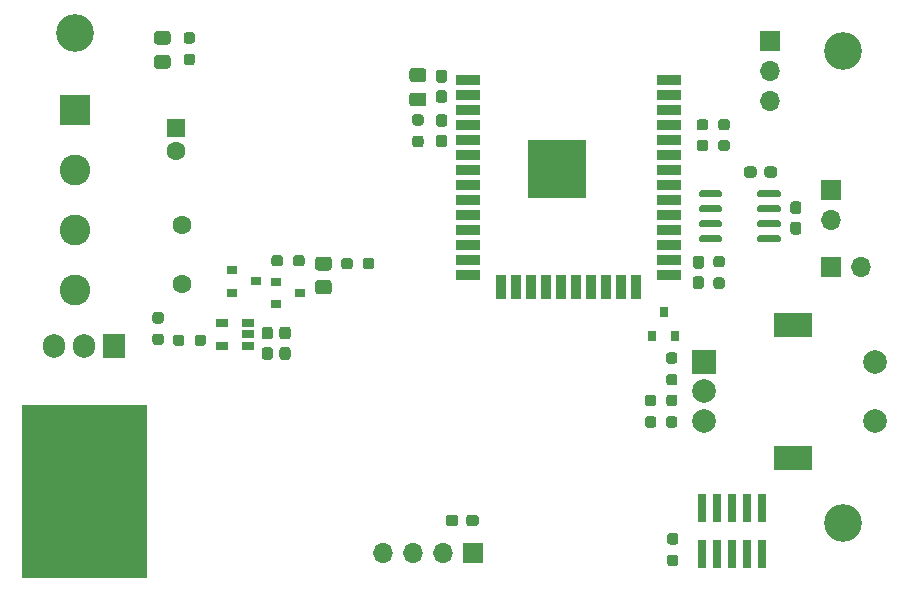
<source format=gbr>
%TF.GenerationSoftware,KiCad,Pcbnew,(5.1.10)-1*%
%TF.CreationDate,2021-10-19T15:37:20+02:00*%
%TF.ProjectId,OpenHeat,4f70656e-4865-4617-942e-6b696361645f,1.0*%
%TF.SameCoordinates,Original*%
%TF.FileFunction,Soldermask,Top*%
%TF.FilePolarity,Negative*%
%FSLAX46Y46*%
G04 Gerber Fmt 4.6, Leading zero omitted, Abs format (unit mm)*
G04 Created by KiCad (PCBNEW (5.1.10)-1) date 2021-10-19 15:37:20*
%MOMM*%
%LPD*%
G01*
G04 APERTURE LIST*
%ADD10C,0.100000*%
%ADD11O,1.905000X2.000000*%
%ADD12R,1.905000X2.000000*%
%ADD13O,3.500000X3.500000*%
%ADD14C,3.200000*%
%ADD15R,2.000000X0.900000*%
%ADD16R,0.900000X2.000000*%
%ADD17R,5.000000X5.000000*%
%ADD18R,1.060000X0.650000*%
%ADD19R,2.000000X2.000000*%
%ADD20C,2.000000*%
%ADD21R,3.200000X2.000000*%
%ADD22R,0.900000X0.800000*%
%ADD23O,1.700000X1.700000*%
%ADD24R,1.700000X1.700000*%
%ADD25R,0.740000X2.400000*%
%ADD26C,2.600000*%
%ADD27R,2.600000X2.600000*%
%ADD28R,0.800000X0.900000*%
%ADD29C,1.600000*%
%ADD30R,1.600000X1.600000*%
G04 APERTURE END LIST*
D10*
G36*
X111000000Y-149500000D02*
G01*
X100500000Y-149500000D01*
X100500000Y-135000000D01*
X111000000Y-135000000D01*
X111000000Y-149500000D01*
G37*
X111000000Y-149500000D02*
X100500000Y-149500000D01*
X100500000Y-135000000D01*
X111000000Y-135000000D01*
X111000000Y-149500000D01*
D11*
%TO.C,Q2*%
X103170000Y-130000000D03*
X105710000Y-130000000D03*
D12*
X108250000Y-130000000D03*
D13*
X105710000Y-146660000D03*
%TD*%
D14*
%TO.C,H4*%
X170000000Y-105000000D03*
%TD*%
%TO.C,H3*%
X170000000Y-145000000D03*
%TD*%
%TO.C,H1*%
X105000000Y-103500000D03*
%TD*%
%TO.C,U4*%
G36*
G01*
X159750000Y-120755000D02*
X159750000Y-121055000D01*
G75*
G02*
X159600000Y-121205000I-150000J0D01*
G01*
X157950000Y-121205000D01*
G75*
G02*
X157800000Y-121055000I0J150000D01*
G01*
X157800000Y-120755000D01*
G75*
G02*
X157950000Y-120605000I150000J0D01*
G01*
X159600000Y-120605000D01*
G75*
G02*
X159750000Y-120755000I0J-150000D01*
G01*
G37*
G36*
G01*
X159750000Y-119485000D02*
X159750000Y-119785000D01*
G75*
G02*
X159600000Y-119935000I-150000J0D01*
G01*
X157950000Y-119935000D01*
G75*
G02*
X157800000Y-119785000I0J150000D01*
G01*
X157800000Y-119485000D01*
G75*
G02*
X157950000Y-119335000I150000J0D01*
G01*
X159600000Y-119335000D01*
G75*
G02*
X159750000Y-119485000I0J-150000D01*
G01*
G37*
G36*
G01*
X159750000Y-118215000D02*
X159750000Y-118515000D01*
G75*
G02*
X159600000Y-118665000I-150000J0D01*
G01*
X157950000Y-118665000D01*
G75*
G02*
X157800000Y-118515000I0J150000D01*
G01*
X157800000Y-118215000D01*
G75*
G02*
X157950000Y-118065000I150000J0D01*
G01*
X159600000Y-118065000D01*
G75*
G02*
X159750000Y-118215000I0J-150000D01*
G01*
G37*
G36*
G01*
X159750000Y-116945000D02*
X159750000Y-117245000D01*
G75*
G02*
X159600000Y-117395000I-150000J0D01*
G01*
X157950000Y-117395000D01*
G75*
G02*
X157800000Y-117245000I0J150000D01*
G01*
X157800000Y-116945000D01*
G75*
G02*
X157950000Y-116795000I150000J0D01*
G01*
X159600000Y-116795000D01*
G75*
G02*
X159750000Y-116945000I0J-150000D01*
G01*
G37*
G36*
G01*
X164700000Y-116945000D02*
X164700000Y-117245000D01*
G75*
G02*
X164550000Y-117395000I-150000J0D01*
G01*
X162900000Y-117395000D01*
G75*
G02*
X162750000Y-117245000I0J150000D01*
G01*
X162750000Y-116945000D01*
G75*
G02*
X162900000Y-116795000I150000J0D01*
G01*
X164550000Y-116795000D01*
G75*
G02*
X164700000Y-116945000I0J-150000D01*
G01*
G37*
G36*
G01*
X164700000Y-118215000D02*
X164700000Y-118515000D01*
G75*
G02*
X164550000Y-118665000I-150000J0D01*
G01*
X162900000Y-118665000D01*
G75*
G02*
X162750000Y-118515000I0J150000D01*
G01*
X162750000Y-118215000D01*
G75*
G02*
X162900000Y-118065000I150000J0D01*
G01*
X164550000Y-118065000D01*
G75*
G02*
X164700000Y-118215000I0J-150000D01*
G01*
G37*
G36*
G01*
X164700000Y-119485000D02*
X164700000Y-119785000D01*
G75*
G02*
X164550000Y-119935000I-150000J0D01*
G01*
X162900000Y-119935000D01*
G75*
G02*
X162750000Y-119785000I0J150000D01*
G01*
X162750000Y-119485000D01*
G75*
G02*
X162900000Y-119335000I150000J0D01*
G01*
X164550000Y-119335000D01*
G75*
G02*
X164700000Y-119485000I0J-150000D01*
G01*
G37*
G36*
G01*
X164700000Y-120755000D02*
X164700000Y-121055000D01*
G75*
G02*
X164550000Y-121205000I-150000J0D01*
G01*
X162900000Y-121205000D01*
G75*
G02*
X162750000Y-121055000I0J150000D01*
G01*
X162750000Y-120755000D01*
G75*
G02*
X162900000Y-120605000I150000J0D01*
G01*
X164550000Y-120605000D01*
G75*
G02*
X164700000Y-120755000I0J-150000D01*
G01*
G37*
%TD*%
D15*
%TO.C,U3*%
X155250000Y-107495000D03*
X155250000Y-108765000D03*
X155250000Y-110035000D03*
X155250000Y-111305000D03*
X155250000Y-112575000D03*
X155250000Y-113845000D03*
X155250000Y-115115000D03*
X155250000Y-116385000D03*
X155250000Y-117655000D03*
X155250000Y-118925000D03*
X155250000Y-120195000D03*
X155250000Y-121465000D03*
X155250000Y-122735000D03*
X155250000Y-124005000D03*
D16*
X152465000Y-125005000D03*
X151195000Y-125005000D03*
X149925000Y-125005000D03*
X148655000Y-125005000D03*
X147385000Y-125005000D03*
X146115000Y-125005000D03*
X144845000Y-125005000D03*
X143575000Y-125005000D03*
X142305000Y-125005000D03*
X141035000Y-125005000D03*
D15*
X138250000Y-124005000D03*
X138250000Y-122735000D03*
X138250000Y-121465000D03*
X138250000Y-120195000D03*
X138250000Y-118925000D03*
X138250000Y-117655000D03*
X138250000Y-116385000D03*
X138250000Y-115115000D03*
X138250000Y-113845000D03*
X138250000Y-112575000D03*
X138250000Y-111305000D03*
X138250000Y-110035000D03*
X138250000Y-108765000D03*
X138250000Y-107495000D03*
D17*
X145750000Y-114995000D03*
%TD*%
D18*
%TO.C,U2*%
X117400000Y-129950000D03*
X117400000Y-128050000D03*
X119600000Y-128050000D03*
X119600000Y-129000000D03*
X119600000Y-129950000D03*
%TD*%
D19*
%TO.C,SW1*%
X158242000Y-131318000D03*
D20*
X158242000Y-133818000D03*
X158242000Y-136318000D03*
D21*
X165742000Y-128218000D03*
X165742000Y-139418000D03*
D20*
X172742000Y-131318000D03*
X172742000Y-136318000D03*
%TD*%
%TO.C,R14*%
G36*
G01*
X155330500Y-147636500D02*
X155805500Y-147636500D01*
G75*
G02*
X156043000Y-147874000I0J-237500D01*
G01*
X156043000Y-148374000D01*
G75*
G02*
X155805500Y-148611500I-237500J0D01*
G01*
X155330500Y-148611500D01*
G75*
G02*
X155093000Y-148374000I0J237500D01*
G01*
X155093000Y-147874000D01*
G75*
G02*
X155330500Y-147636500I237500J0D01*
G01*
G37*
G36*
G01*
X155330500Y-145811500D02*
X155805500Y-145811500D01*
G75*
G02*
X156043000Y-146049000I0J-237500D01*
G01*
X156043000Y-146549000D01*
G75*
G02*
X155805500Y-146786500I-237500J0D01*
G01*
X155330500Y-146786500D01*
G75*
G02*
X155093000Y-146549000I0J237500D01*
G01*
X155093000Y-146049000D01*
G75*
G02*
X155330500Y-145811500I237500J0D01*
G01*
G37*
%TD*%
%TO.C,R13*%
G36*
G01*
X158575000Y-112762500D02*
X158575000Y-113237500D01*
G75*
G02*
X158337500Y-113475000I-237500J0D01*
G01*
X157837500Y-113475000D01*
G75*
G02*
X157600000Y-113237500I0J237500D01*
G01*
X157600000Y-112762500D01*
G75*
G02*
X157837500Y-112525000I237500J0D01*
G01*
X158337500Y-112525000D01*
G75*
G02*
X158575000Y-112762500I0J-237500D01*
G01*
G37*
G36*
G01*
X160400000Y-112762500D02*
X160400000Y-113237500D01*
G75*
G02*
X160162500Y-113475000I-237500J0D01*
G01*
X159662500Y-113475000D01*
G75*
G02*
X159425000Y-113237500I0J237500D01*
G01*
X159425000Y-112762500D01*
G75*
G02*
X159662500Y-112525000I237500J0D01*
G01*
X160162500Y-112525000D01*
G75*
G02*
X160400000Y-112762500I0J-237500D01*
G01*
G37*
%TD*%
%TO.C,R12*%
G36*
G01*
X158575000Y-111012500D02*
X158575000Y-111487500D01*
G75*
G02*
X158337500Y-111725000I-237500J0D01*
G01*
X157837500Y-111725000D01*
G75*
G02*
X157600000Y-111487500I0J237500D01*
G01*
X157600000Y-111012500D01*
G75*
G02*
X157837500Y-110775000I237500J0D01*
G01*
X158337500Y-110775000D01*
G75*
G02*
X158575000Y-111012500I0J-237500D01*
G01*
G37*
G36*
G01*
X160400000Y-111012500D02*
X160400000Y-111487500D01*
G75*
G02*
X160162500Y-111725000I-237500J0D01*
G01*
X159662500Y-111725000D01*
G75*
G02*
X159425000Y-111487500I0J237500D01*
G01*
X159425000Y-111012500D01*
G75*
G02*
X159662500Y-110775000I237500J0D01*
G01*
X160162500Y-110775000D01*
G75*
G02*
X160400000Y-111012500I0J-237500D01*
G01*
G37*
%TD*%
%TO.C,R11*%
G36*
G01*
X129337500Y-123237500D02*
X129337500Y-122762500D01*
G75*
G02*
X129575000Y-122525000I237500J0D01*
G01*
X130075000Y-122525000D01*
G75*
G02*
X130312500Y-122762500I0J-237500D01*
G01*
X130312500Y-123237500D01*
G75*
G02*
X130075000Y-123475000I-237500J0D01*
G01*
X129575000Y-123475000D01*
G75*
G02*
X129337500Y-123237500I0J237500D01*
G01*
G37*
G36*
G01*
X127512500Y-123237500D02*
X127512500Y-122762500D01*
G75*
G02*
X127750000Y-122525000I237500J0D01*
G01*
X128250000Y-122525000D01*
G75*
G02*
X128487500Y-122762500I0J-237500D01*
G01*
X128487500Y-123237500D01*
G75*
G02*
X128250000Y-123475000I-237500J0D01*
G01*
X127750000Y-123475000D01*
G75*
G02*
X127512500Y-123237500I0J237500D01*
G01*
G37*
%TD*%
%TO.C,R10*%
G36*
G01*
X153462500Y-135925000D02*
X153937500Y-135925000D01*
G75*
G02*
X154175000Y-136162500I0J-237500D01*
G01*
X154175000Y-136662500D01*
G75*
G02*
X153937500Y-136900000I-237500J0D01*
G01*
X153462500Y-136900000D01*
G75*
G02*
X153225000Y-136662500I0J237500D01*
G01*
X153225000Y-136162500D01*
G75*
G02*
X153462500Y-135925000I237500J0D01*
G01*
G37*
G36*
G01*
X153462500Y-134100000D02*
X153937500Y-134100000D01*
G75*
G02*
X154175000Y-134337500I0J-237500D01*
G01*
X154175000Y-134837500D01*
G75*
G02*
X153937500Y-135075000I-237500J0D01*
G01*
X153462500Y-135075000D01*
G75*
G02*
X153225000Y-134837500I0J237500D01*
G01*
X153225000Y-134337500D01*
G75*
G02*
X153462500Y-134100000I237500J0D01*
G01*
G37*
%TD*%
%TO.C,R9*%
G36*
G01*
X159262500Y-124175000D02*
X159737500Y-124175000D01*
G75*
G02*
X159975000Y-124412500I0J-237500D01*
G01*
X159975000Y-124912500D01*
G75*
G02*
X159737500Y-125150000I-237500J0D01*
G01*
X159262500Y-125150000D01*
G75*
G02*
X159025000Y-124912500I0J237500D01*
G01*
X159025000Y-124412500D01*
G75*
G02*
X159262500Y-124175000I237500J0D01*
G01*
G37*
G36*
G01*
X159262500Y-122350000D02*
X159737500Y-122350000D01*
G75*
G02*
X159975000Y-122587500I0J-237500D01*
G01*
X159975000Y-123087500D01*
G75*
G02*
X159737500Y-123325000I-237500J0D01*
G01*
X159262500Y-123325000D01*
G75*
G02*
X159025000Y-123087500I0J237500D01*
G01*
X159025000Y-122587500D01*
G75*
G02*
X159262500Y-122350000I237500J0D01*
G01*
G37*
%TD*%
%TO.C,R8*%
G36*
G01*
X155737500Y-131487500D02*
X155262500Y-131487500D01*
G75*
G02*
X155025000Y-131250000I0J237500D01*
G01*
X155025000Y-130750000D01*
G75*
G02*
X155262500Y-130512500I237500J0D01*
G01*
X155737500Y-130512500D01*
G75*
G02*
X155975000Y-130750000I0J-237500D01*
G01*
X155975000Y-131250000D01*
G75*
G02*
X155737500Y-131487500I-237500J0D01*
G01*
G37*
G36*
G01*
X155737500Y-133312500D02*
X155262500Y-133312500D01*
G75*
G02*
X155025000Y-133075000I0J237500D01*
G01*
X155025000Y-132575000D01*
G75*
G02*
X155262500Y-132337500I237500J0D01*
G01*
X155737500Y-132337500D01*
G75*
G02*
X155975000Y-132575000I0J-237500D01*
G01*
X155975000Y-133075000D01*
G75*
G02*
X155737500Y-133312500I-237500J0D01*
G01*
G37*
%TD*%
%TO.C,R7*%
G36*
G01*
X155262500Y-135925000D02*
X155737500Y-135925000D01*
G75*
G02*
X155975000Y-136162500I0J-237500D01*
G01*
X155975000Y-136662500D01*
G75*
G02*
X155737500Y-136900000I-237500J0D01*
G01*
X155262500Y-136900000D01*
G75*
G02*
X155025000Y-136662500I0J237500D01*
G01*
X155025000Y-136162500D01*
G75*
G02*
X155262500Y-135925000I237500J0D01*
G01*
G37*
G36*
G01*
X155262500Y-134100000D02*
X155737500Y-134100000D01*
G75*
G02*
X155975000Y-134337500I0J-237500D01*
G01*
X155975000Y-134837500D01*
G75*
G02*
X155737500Y-135075000I-237500J0D01*
G01*
X155262500Y-135075000D01*
G75*
G02*
X155025000Y-134837500I0J237500D01*
G01*
X155025000Y-134337500D01*
G75*
G02*
X155262500Y-134100000I237500J0D01*
G01*
G37*
%TD*%
%TO.C,R6*%
G36*
G01*
X114887500Y-104373500D02*
X114412500Y-104373500D01*
G75*
G02*
X114175000Y-104136000I0J237500D01*
G01*
X114175000Y-103636000D01*
G75*
G02*
X114412500Y-103398500I237500J0D01*
G01*
X114887500Y-103398500D01*
G75*
G02*
X115125000Y-103636000I0J-237500D01*
G01*
X115125000Y-104136000D01*
G75*
G02*
X114887500Y-104373500I-237500J0D01*
G01*
G37*
G36*
G01*
X114887500Y-106198500D02*
X114412500Y-106198500D01*
G75*
G02*
X114175000Y-105961000I0J237500D01*
G01*
X114175000Y-105461000D01*
G75*
G02*
X114412500Y-105223500I237500J0D01*
G01*
X114887500Y-105223500D01*
G75*
G02*
X115125000Y-105461000I0J-237500D01*
G01*
X115125000Y-105961000D01*
G75*
G02*
X114887500Y-106198500I-237500J0D01*
G01*
G37*
%TD*%
%TO.C,R5*%
G36*
G01*
X122575000Y-122512500D02*
X122575000Y-122987500D01*
G75*
G02*
X122337500Y-123225000I-237500J0D01*
G01*
X121837500Y-123225000D01*
G75*
G02*
X121600000Y-122987500I0J237500D01*
G01*
X121600000Y-122512500D01*
G75*
G02*
X121837500Y-122275000I237500J0D01*
G01*
X122337500Y-122275000D01*
G75*
G02*
X122575000Y-122512500I0J-237500D01*
G01*
G37*
G36*
G01*
X124400000Y-122512500D02*
X124400000Y-122987500D01*
G75*
G02*
X124162500Y-123225000I-237500J0D01*
G01*
X123662500Y-123225000D01*
G75*
G02*
X123425000Y-122987500I0J237500D01*
G01*
X123425000Y-122512500D01*
G75*
G02*
X123662500Y-122275000I237500J0D01*
G01*
X124162500Y-122275000D01*
G75*
G02*
X124400000Y-122512500I0J-237500D01*
G01*
G37*
%TD*%
%TO.C,R4*%
G36*
G01*
X112237500Y-128075000D02*
X111762500Y-128075000D01*
G75*
G02*
X111525000Y-127837500I0J237500D01*
G01*
X111525000Y-127337500D01*
G75*
G02*
X111762500Y-127100000I237500J0D01*
G01*
X112237500Y-127100000D01*
G75*
G02*
X112475000Y-127337500I0J-237500D01*
G01*
X112475000Y-127837500D01*
G75*
G02*
X112237500Y-128075000I-237500J0D01*
G01*
G37*
G36*
G01*
X112237500Y-129900000D02*
X111762500Y-129900000D01*
G75*
G02*
X111525000Y-129662500I0J237500D01*
G01*
X111525000Y-129162500D01*
G75*
G02*
X111762500Y-128925000I237500J0D01*
G01*
X112237500Y-128925000D01*
G75*
G02*
X112475000Y-129162500I0J-237500D01*
G01*
X112475000Y-129662500D01*
G75*
G02*
X112237500Y-129900000I-237500J0D01*
G01*
G37*
%TD*%
%TO.C,R3*%
G36*
G01*
X125549999Y-124400000D02*
X126450001Y-124400000D01*
G75*
G02*
X126700000Y-124649999I0J-249999D01*
G01*
X126700000Y-125350001D01*
G75*
G02*
X126450001Y-125600000I-249999J0D01*
G01*
X125549999Y-125600000D01*
G75*
G02*
X125300000Y-125350001I0J249999D01*
G01*
X125300000Y-124649999D01*
G75*
G02*
X125549999Y-124400000I249999J0D01*
G01*
G37*
G36*
G01*
X125549999Y-122400000D02*
X126450001Y-122400000D01*
G75*
G02*
X126700000Y-122649999I0J-249999D01*
G01*
X126700000Y-123350001D01*
G75*
G02*
X126450001Y-123600000I-249999J0D01*
G01*
X125549999Y-123600000D01*
G75*
G02*
X125300000Y-123350001I0J249999D01*
G01*
X125300000Y-122649999D01*
G75*
G02*
X125549999Y-122400000I249999J0D01*
G01*
G37*
%TD*%
%TO.C,R2*%
G36*
G01*
X115087500Y-129737500D02*
X115087500Y-129262500D01*
G75*
G02*
X115325000Y-129025000I237500J0D01*
G01*
X115825000Y-129025000D01*
G75*
G02*
X116062500Y-129262500I0J-237500D01*
G01*
X116062500Y-129737500D01*
G75*
G02*
X115825000Y-129975000I-237500J0D01*
G01*
X115325000Y-129975000D01*
G75*
G02*
X115087500Y-129737500I0J237500D01*
G01*
G37*
G36*
G01*
X113262500Y-129737500D02*
X113262500Y-129262500D01*
G75*
G02*
X113500000Y-129025000I237500J0D01*
G01*
X114000000Y-129025000D01*
G75*
G02*
X114237500Y-129262500I0J-237500D01*
G01*
X114237500Y-129737500D01*
G75*
G02*
X114000000Y-129975000I-237500J0D01*
G01*
X113500000Y-129975000D01*
G75*
G02*
X113262500Y-129737500I0J237500D01*
G01*
G37*
%TD*%
%TO.C,R1*%
G36*
G01*
X134237500Y-111325000D02*
X133762500Y-111325000D01*
G75*
G02*
X133525000Y-111087500I0J237500D01*
G01*
X133525000Y-110587500D01*
G75*
G02*
X133762500Y-110350000I237500J0D01*
G01*
X134237500Y-110350000D01*
G75*
G02*
X134475000Y-110587500I0J-237500D01*
G01*
X134475000Y-111087500D01*
G75*
G02*
X134237500Y-111325000I-237500J0D01*
G01*
G37*
G36*
G01*
X134237500Y-113150000D02*
X133762500Y-113150000D01*
G75*
G02*
X133525000Y-112912500I0J237500D01*
G01*
X133525000Y-112412500D01*
G75*
G02*
X133762500Y-112175000I237500J0D01*
G01*
X134237500Y-112175000D01*
G75*
G02*
X134475000Y-112412500I0J-237500D01*
G01*
X134475000Y-112912500D01*
G75*
G02*
X134237500Y-113150000I-237500J0D01*
G01*
G37*
%TD*%
D22*
%TO.C,Q1*%
X124000000Y-125500000D03*
X122000000Y-126450000D03*
X122000000Y-124550000D03*
%TD*%
D23*
%TO.C,JP1*%
X171540000Y-123250000D03*
D24*
X169000000Y-123250000D03*
%TD*%
D23*
%TO.C,J5*%
X169000000Y-119290000D03*
D24*
X169000000Y-116750000D03*
%TD*%
D23*
%TO.C,J4*%
X163830000Y-109220000D03*
X163830000Y-106680000D03*
D24*
X163830000Y-104140000D03*
%TD*%
D23*
%TO.C,J3*%
X131064000Y-147500000D03*
X133604000Y-147500000D03*
X136144000Y-147500000D03*
D24*
X138684000Y-147500000D03*
%TD*%
D25*
%TO.C,J2*%
X163108000Y-143674000D03*
X163108000Y-147574000D03*
X161838000Y-143674000D03*
X161838000Y-147574000D03*
X160568000Y-143674000D03*
X160568000Y-147574000D03*
X159298000Y-143674000D03*
X159298000Y-147574000D03*
X158028000Y-143674000D03*
X158028000Y-147574000D03*
%TD*%
D26*
%TO.C,J1*%
X105000000Y-125240000D03*
X105000000Y-120160000D03*
X105000000Y-115080000D03*
D27*
X105000000Y-110000000D03*
%TD*%
D28*
%TO.C,D3*%
X154800000Y-127100000D03*
X155750000Y-129100000D03*
X153850000Y-129100000D03*
%TD*%
%TO.C,D2*%
G36*
G01*
X112814001Y-104452000D02*
X111913999Y-104452000D01*
G75*
G02*
X111664000Y-104202001I0J249999D01*
G01*
X111664000Y-103551999D01*
G75*
G02*
X111913999Y-103302000I249999J0D01*
G01*
X112814001Y-103302000D01*
G75*
G02*
X113064000Y-103551999I0J-249999D01*
G01*
X113064000Y-104202001D01*
G75*
G02*
X112814001Y-104452000I-249999J0D01*
G01*
G37*
G36*
G01*
X112814001Y-106502000D02*
X111913999Y-106502000D01*
G75*
G02*
X111664000Y-106252001I0J249999D01*
G01*
X111664000Y-105601999D01*
G75*
G02*
X111913999Y-105352000I249999J0D01*
G01*
X112814001Y-105352000D01*
G75*
G02*
X113064000Y-105601999I0J-249999D01*
G01*
X113064000Y-106252001D01*
G75*
G02*
X112814001Y-106502000I-249999J0D01*
G01*
G37*
%TD*%
D22*
%TO.C,D1*%
X120250000Y-124500000D03*
X118250000Y-125450000D03*
X118250000Y-123550000D03*
%TD*%
%TO.C,C13*%
G36*
G01*
X138075000Y-144987500D02*
X138075000Y-144512500D01*
G75*
G02*
X138312500Y-144275000I237500J0D01*
G01*
X138912500Y-144275000D01*
G75*
G02*
X139150000Y-144512500I0J-237500D01*
G01*
X139150000Y-144987500D01*
G75*
G02*
X138912500Y-145225000I-237500J0D01*
G01*
X138312500Y-145225000D01*
G75*
G02*
X138075000Y-144987500I0J237500D01*
G01*
G37*
G36*
G01*
X136350000Y-144987500D02*
X136350000Y-144512500D01*
G75*
G02*
X136587500Y-144275000I237500J0D01*
G01*
X137187500Y-144275000D01*
G75*
G02*
X137425000Y-144512500I0J-237500D01*
G01*
X137425000Y-144987500D01*
G75*
G02*
X137187500Y-145225000I-237500J0D01*
G01*
X136587500Y-145225000D01*
G75*
G02*
X136350000Y-144987500I0J237500D01*
G01*
G37*
%TD*%
%TO.C,C12*%
G36*
G01*
X166237500Y-118812500D02*
X165762500Y-118812500D01*
G75*
G02*
X165525000Y-118575000I0J237500D01*
G01*
X165525000Y-117975000D01*
G75*
G02*
X165762500Y-117737500I237500J0D01*
G01*
X166237500Y-117737500D01*
G75*
G02*
X166475000Y-117975000I0J-237500D01*
G01*
X166475000Y-118575000D01*
G75*
G02*
X166237500Y-118812500I-237500J0D01*
G01*
G37*
G36*
G01*
X166237500Y-120537500D02*
X165762500Y-120537500D01*
G75*
G02*
X165525000Y-120300000I0J237500D01*
G01*
X165525000Y-119700000D01*
G75*
G02*
X165762500Y-119462500I237500J0D01*
G01*
X166237500Y-119462500D01*
G75*
G02*
X166475000Y-119700000I0J-237500D01*
G01*
X166475000Y-120300000D01*
G75*
G02*
X166237500Y-120537500I-237500J0D01*
G01*
G37*
%TD*%
%TO.C,C11*%
G36*
G01*
X162675000Y-115012500D02*
X162675000Y-115487500D01*
G75*
G02*
X162437500Y-115725000I-237500J0D01*
G01*
X161837500Y-115725000D01*
G75*
G02*
X161600000Y-115487500I0J237500D01*
G01*
X161600000Y-115012500D01*
G75*
G02*
X161837500Y-114775000I237500J0D01*
G01*
X162437500Y-114775000D01*
G75*
G02*
X162675000Y-115012500I0J-237500D01*
G01*
G37*
G36*
G01*
X164400000Y-115012500D02*
X164400000Y-115487500D01*
G75*
G02*
X164162500Y-115725000I-237500J0D01*
G01*
X163562500Y-115725000D01*
G75*
G02*
X163325000Y-115487500I0J237500D01*
G01*
X163325000Y-115012500D01*
G75*
G02*
X163562500Y-114775000I237500J0D01*
G01*
X164162500Y-114775000D01*
G75*
G02*
X164400000Y-115012500I0J-237500D01*
G01*
G37*
%TD*%
%TO.C,C10*%
G36*
G01*
X157512500Y-124075000D02*
X157987500Y-124075000D01*
G75*
G02*
X158225000Y-124312500I0J-237500D01*
G01*
X158225000Y-124912500D01*
G75*
G02*
X157987500Y-125150000I-237500J0D01*
G01*
X157512500Y-125150000D01*
G75*
G02*
X157275000Y-124912500I0J237500D01*
G01*
X157275000Y-124312500D01*
G75*
G02*
X157512500Y-124075000I237500J0D01*
G01*
G37*
G36*
G01*
X157512500Y-122350000D02*
X157987500Y-122350000D01*
G75*
G02*
X158225000Y-122587500I0J-237500D01*
G01*
X158225000Y-123187500D01*
G75*
G02*
X157987500Y-123425000I-237500J0D01*
G01*
X157512500Y-123425000D01*
G75*
G02*
X157275000Y-123187500I0J237500D01*
G01*
X157275000Y-122587500D01*
G75*
G02*
X157512500Y-122350000I237500J0D01*
G01*
G37*
%TD*%
D29*
%TO.C,C9*%
X114046000Y-119750000D03*
X114046000Y-124750000D03*
%TD*%
%TO.C,C8*%
G36*
G01*
X133525000Y-108523200D02*
X134475000Y-108523200D01*
G75*
G02*
X134725000Y-108773200I0J-250000D01*
G01*
X134725000Y-109448200D01*
G75*
G02*
X134475000Y-109698200I-250000J0D01*
G01*
X133525000Y-109698200D01*
G75*
G02*
X133275000Y-109448200I0J250000D01*
G01*
X133275000Y-108773200D01*
G75*
G02*
X133525000Y-108523200I250000J0D01*
G01*
G37*
G36*
G01*
X133525000Y-106448200D02*
X134475000Y-106448200D01*
G75*
G02*
X134725000Y-106698200I0J-250000D01*
G01*
X134725000Y-107373200D01*
G75*
G02*
X134475000Y-107623200I-250000J0D01*
G01*
X133525000Y-107623200D01*
G75*
G02*
X133275000Y-107373200I0J250000D01*
G01*
X133275000Y-106698200D01*
G75*
G02*
X133525000Y-106448200I250000J0D01*
G01*
G37*
%TD*%
%TO.C,C7*%
G36*
G01*
X136237500Y-107675000D02*
X135762500Y-107675000D01*
G75*
G02*
X135525000Y-107437500I0J237500D01*
G01*
X135525000Y-106837500D01*
G75*
G02*
X135762500Y-106600000I237500J0D01*
G01*
X136237500Y-106600000D01*
G75*
G02*
X136475000Y-106837500I0J-237500D01*
G01*
X136475000Y-107437500D01*
G75*
G02*
X136237500Y-107675000I-237500J0D01*
G01*
G37*
G36*
G01*
X136237500Y-109400000D02*
X135762500Y-109400000D01*
G75*
G02*
X135525000Y-109162500I0J237500D01*
G01*
X135525000Y-108562500D01*
G75*
G02*
X135762500Y-108325000I237500J0D01*
G01*
X136237500Y-108325000D01*
G75*
G02*
X136475000Y-108562500I0J-237500D01*
G01*
X136475000Y-109162500D01*
G75*
G02*
X136237500Y-109400000I-237500J0D01*
G01*
G37*
%TD*%
%TO.C,C6*%
G36*
G01*
X122512500Y-130075000D02*
X122987500Y-130075000D01*
G75*
G02*
X123225000Y-130312500I0J-237500D01*
G01*
X123225000Y-130912500D01*
G75*
G02*
X122987500Y-131150000I-237500J0D01*
G01*
X122512500Y-131150000D01*
G75*
G02*
X122275000Y-130912500I0J237500D01*
G01*
X122275000Y-130312500D01*
G75*
G02*
X122512500Y-130075000I237500J0D01*
G01*
G37*
G36*
G01*
X122512500Y-128350000D02*
X122987500Y-128350000D01*
G75*
G02*
X123225000Y-128587500I0J-237500D01*
G01*
X123225000Y-129187500D01*
G75*
G02*
X122987500Y-129425000I-237500J0D01*
G01*
X122512500Y-129425000D01*
G75*
G02*
X122275000Y-129187500I0J237500D01*
G01*
X122275000Y-128587500D01*
G75*
G02*
X122512500Y-128350000I237500J0D01*
G01*
G37*
%TD*%
%TO.C,C5*%
G36*
G01*
X135762500Y-112075000D02*
X136237500Y-112075000D01*
G75*
G02*
X136475000Y-112312500I0J-237500D01*
G01*
X136475000Y-112912500D01*
G75*
G02*
X136237500Y-113150000I-237500J0D01*
G01*
X135762500Y-113150000D01*
G75*
G02*
X135525000Y-112912500I0J237500D01*
G01*
X135525000Y-112312500D01*
G75*
G02*
X135762500Y-112075000I237500J0D01*
G01*
G37*
G36*
G01*
X135762500Y-110350000D02*
X136237500Y-110350000D01*
G75*
G02*
X136475000Y-110587500I0J-237500D01*
G01*
X136475000Y-111187500D01*
G75*
G02*
X136237500Y-111425000I-237500J0D01*
G01*
X135762500Y-111425000D01*
G75*
G02*
X135525000Y-111187500I0J237500D01*
G01*
X135525000Y-110587500D01*
G75*
G02*
X135762500Y-110350000I237500J0D01*
G01*
G37*
%TD*%
%TO.C,C4*%
G36*
G01*
X121012500Y-130075000D02*
X121487500Y-130075000D01*
G75*
G02*
X121725000Y-130312500I0J-237500D01*
G01*
X121725000Y-130912500D01*
G75*
G02*
X121487500Y-131150000I-237500J0D01*
G01*
X121012500Y-131150000D01*
G75*
G02*
X120775000Y-130912500I0J237500D01*
G01*
X120775000Y-130312500D01*
G75*
G02*
X121012500Y-130075000I237500J0D01*
G01*
G37*
G36*
G01*
X121012500Y-128350000D02*
X121487500Y-128350000D01*
G75*
G02*
X121725000Y-128587500I0J-237500D01*
G01*
X121725000Y-129187500D01*
G75*
G02*
X121487500Y-129425000I-237500J0D01*
G01*
X121012500Y-129425000D01*
G75*
G02*
X120775000Y-129187500I0J237500D01*
G01*
X120775000Y-128587500D01*
G75*
G02*
X121012500Y-128350000I237500J0D01*
G01*
G37*
%TD*%
%TO.C,C1*%
X113500000Y-113500000D03*
D30*
X113500000Y-111500000D03*
%TD*%
M02*

</source>
